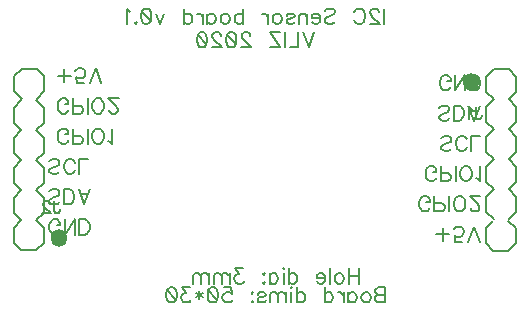
<source format=gbo>
G04 DipTrace 3.3.1.3*
G04 HypermaqI2Csensorboardv0.1.gbo*
%MOMM*%
G04 #@! TF.FileFunction,Legend,Bot*
G04 #@! TF.Part,Single*
%ADD18C,0.2032*%
%ADD41O,1.46898X1.46819*%
%ADD93C,0.15686*%
%ADD95C,0.19608*%
%FSLAX35Y35*%
G04*
G71*
G90*
G75*
G01*
G04 BotSilk*
%LPD*%
D41*
X4247337Y2159496D3*
X4432025Y985249D2*
D18*
X4368499Y921668D1*
Y794660D1*
X4432025Y731233D1*
X4372985Y1441525D2*
Y1314518D1*
X4436511Y1250937D1*
X4559032Y731233D2*
X4622513Y794660D1*
Y921668D1*
X4559032Y985249D1*
X4563518Y1250937D2*
X4626998Y1314518D1*
X4432025Y731233D2*
X4559032D1*
X4436511Y1250937D2*
X4372985Y1187510D1*
Y1060502D1*
X4436511Y997075D1*
X4563518D2*
X4626998Y1060502D1*
Y1187510D1*
X4563518Y1250937D1*
X4436511Y1758968D2*
X4372985Y1695541D1*
Y1568533D1*
X4436511Y1504953D1*
X4563518D2*
X4626998Y1568533D1*
Y1695541D1*
X4563518Y1758968D1*
X4372985Y1441525D2*
X4436511Y1504953D1*
X4563518D2*
X4626998Y1441525D1*
Y1314518D2*
Y1441525D1*
X4372985Y2203573D2*
Y2076565D1*
X4436511Y2012984D1*
X4563518D2*
X4626998Y2076565D1*
X4436511Y2012984D2*
X4372985Y1949557D1*
Y1822549D1*
X4436511Y1758968D1*
X4563518D2*
X4626998Y1822549D1*
Y1949557D1*
X4563518Y2012984D1*
X4436511Y2267000D2*
X4563518D1*
X4372985Y2203573D2*
X4436511Y2267000D1*
X4563518D2*
X4626998Y2203573D1*
Y2076565D2*
Y2203573D1*
D41*
X752663Y840504D3*
X567975Y2014751D2*
D18*
X631501Y2078332D1*
Y2205340D1*
X567975Y2268767D1*
X627015Y1558475D2*
Y1685482D1*
X563489Y1749063D1*
X440968Y2268767D2*
X377487Y2205340D1*
Y2078332D1*
X440968Y2014751D1*
X436482Y1749063D2*
X373002Y1685482D1*
X567975Y2268767D2*
X440968D1*
X563489Y1749063D2*
X627015Y1812490D1*
Y1939498D1*
X563489Y2002925D1*
X436482D2*
X373002Y1939498D1*
Y1812490D1*
X436482Y1749063D1*
X563489Y1241032D2*
X627015Y1304459D1*
Y1431467D1*
X563489Y1495047D1*
X436482D2*
X373002Y1431467D1*
Y1304459D1*
X436482Y1241032D1*
X627015Y1558475D2*
X563489Y1495047D1*
X436482D2*
X373002Y1558475D1*
Y1685482D2*
Y1558475D1*
X627015Y796427D2*
Y923435D1*
X563489Y987016D1*
X436482D2*
X373002Y923435D1*
X563489Y987016D2*
X627015Y1050443D1*
Y1177451D1*
X563489Y1241032D1*
X436482D2*
X373002Y1177451D1*
Y1050443D1*
X436482Y987016D1*
X563489Y733000D2*
X436482D1*
X627015Y796427D2*
X563489Y733000D1*
X436482D2*
X373002Y796427D1*
Y923435D2*
Y796427D1*
X4284000Y1945789D2*
D93*
Y1868072D1*
X4288830Y1853472D1*
X4293771Y1848643D1*
X4303430Y1843702D1*
X4313200D1*
X4322859Y1848643D1*
X4327688Y1853472D1*
X4332630Y1868072D1*
Y1877731D1*
X4252628Y1926248D2*
X4242857Y1931189D1*
X4228257Y1945677D1*
Y1843702D1*
X714958Y1147556D2*
Y1069839D1*
X719787Y1055239D1*
X724728Y1050410D1*
X734387Y1045468D1*
X744158D1*
X753816Y1050410D1*
X758645Y1055239D1*
X763587Y1069839D1*
Y1079497D1*
X678643Y1123185D2*
Y1128014D1*
X673814Y1137785D1*
X668985Y1142614D1*
X659214Y1147444D1*
X639785D1*
X630127Y1142614D1*
X625297Y1137785D1*
X620356Y1128014D1*
Y1118356D1*
X625297Y1108585D1*
X634956Y1094097D1*
X683585Y1045468D1*
X615527D1*
X3291712Y579525D2*
D95*
Y451915D1*
X3206639Y579525D2*
Y451915D1*
X3291712Y518738D2*
X3206639D1*
X3137100Y536988D2*
X3149173Y530952D1*
X3161387Y518738D1*
X3167423Y500488D1*
Y488415D1*
X3161387Y470165D1*
X3149173Y458092D1*
X3137100Y451915D1*
X3118850D1*
X3106637Y458092D1*
X3094564Y470165D1*
X3088387Y488415D1*
Y500488D1*
X3094564Y518738D1*
X3106637Y530952D1*
X3118850Y536988D1*
X3137100D1*
X3049171Y579525D2*
Y451915D1*
X3009955Y500488D2*
X2937096D1*
Y512702D1*
X2943132Y524915D1*
X2949169Y530952D1*
X2961382Y536988D1*
X2979632D1*
X2991705Y530952D1*
X3003919Y518738D1*
X3009955Y500488D1*
Y488415D1*
X3003919Y470165D1*
X2991705Y458092D1*
X2979632Y451915D1*
X2961382D1*
X2949169Y458092D1*
X2937096Y470165D1*
X2701574Y579525D2*
Y451915D1*
Y518738D2*
X2713647Y530952D1*
X2725860Y536988D1*
X2744110D1*
X2756183Y530952D1*
X2768397Y518738D1*
X2774433Y500488D1*
Y488415D1*
X2768397Y470165D1*
X2756183Y458092D1*
X2744110Y451915D1*
X2725860D1*
X2713647Y458092D1*
X2701574Y470165D1*
X2662358Y579525D2*
X2656322Y573488D1*
X2650145Y579525D1*
X2656322Y585702D1*
X2662358Y579525D1*
X2656322Y536988D2*
Y451915D1*
X2538069Y536988D2*
Y451915D1*
Y518738D2*
X2550142Y530952D1*
X2562356Y536988D1*
X2580466D1*
X2592679Y530952D1*
X2604752Y518738D1*
X2610929Y500488D1*
Y488415D1*
X2604752Y470165D1*
X2592679Y458092D1*
X2580466Y451915D1*
X2562356D1*
X2550142Y458092D1*
X2538069Y470165D1*
X2492677Y536988D2*
X2498854Y530811D1*
X2492677Y524775D1*
X2486640Y530811D1*
X2492677Y536988D1*
Y464129D2*
X2498854Y457952D1*
X2492677Y451915D1*
X2486640Y457952D1*
X2492677Y464129D1*
X2311765Y579385D2*
X2245082D1*
X2281442Y530811D1*
X2263192D1*
X2251118Y524775D1*
X2245082Y518738D1*
X2238905Y500488D1*
Y488415D1*
X2245082Y470165D1*
X2257155Y457952D1*
X2275405Y451915D1*
X2293655D1*
X2311765Y457952D1*
X2317801Y464129D1*
X2323978Y476202D1*
X2199689Y536988D2*
Y451915D1*
Y512702D2*
X2181439Y530952D1*
X2169226Y536988D1*
X2151116D1*
X2138903Y530952D1*
X2132866Y512702D1*
Y451915D1*
Y512702D2*
X2114616Y530952D1*
X2102403Y536988D1*
X2084293D1*
X2072080Y530952D1*
X2065903Y512702D1*
Y451915D1*
X2026687Y536988D2*
Y451915D1*
Y512702D2*
X2008437Y530952D1*
X1996224Y536988D1*
X1978114D1*
X1965901Y530952D1*
X1959864Y512702D1*
Y451915D1*
Y512702D2*
X1941614Y530952D1*
X1929401Y536988D1*
X1911291D1*
X1899078Y530952D1*
X1892901Y512702D1*
Y451915D1*
X759268Y1141302D2*
X747195Y1129088D1*
X728945Y1123052D1*
X704659D1*
X686409Y1129088D1*
X674195Y1141302D1*
Y1153375D1*
X680372Y1165588D1*
X686409Y1171625D1*
X698482Y1177661D1*
X734982Y1189875D1*
X747195Y1195911D1*
X753232Y1202088D1*
X759268Y1214161D1*
Y1232411D1*
X747195Y1244484D1*
X728945Y1250661D1*
X704659D1*
X686409Y1244484D1*
X674195Y1232411D1*
X798484Y1123052D2*
Y1250661D1*
X841021D1*
X859271Y1244485D1*
X871484Y1232411D1*
X877521Y1220198D1*
X883557Y1202088D1*
Y1171625D1*
X877520Y1153375D1*
X871484Y1141302D1*
X859270Y1129088D1*
X841020Y1123052D1*
X798484D1*
X1020059Y1250661D2*
X971346Y1123052D1*
X922773Y1250661D1*
X941023Y1208125D2*
X1001809D1*
X759269Y1397302D2*
X747196Y1385088D1*
X728946Y1379052D1*
X704659D1*
X686409Y1385088D1*
X674196Y1397302D1*
Y1409375D1*
X680373Y1421588D1*
X686409Y1427625D1*
X698482Y1433661D1*
X734982Y1445875D1*
X747196Y1451911D1*
X753232Y1458088D1*
X759269Y1470161D1*
Y1488411D1*
X747196Y1500485D1*
X728946Y1506661D1*
X704659D1*
X686409Y1500484D1*
X674196Y1488411D1*
X889594Y1409375D2*
X883557Y1397302D1*
X871344Y1385088D1*
X859271Y1379052D1*
X834984D1*
X822771Y1385088D1*
X810698Y1397302D1*
X804521Y1409375D1*
X798484Y1427625D1*
Y1458088D1*
X804521Y1476198D1*
X810698Y1488411D1*
X822771Y1500485D1*
X834984Y1506661D1*
X859271D1*
X871344Y1500485D1*
X883557Y1488412D1*
X889594Y1476198D1*
X928810Y1379052D2*
Y1506662D1*
X1001669Y1506661D1*
X765305Y897375D2*
X759269Y885302D1*
X747055Y873088D1*
X734982Y867052D1*
X710696D1*
X698482Y873088D1*
X686409Y885302D1*
X680232Y897375D1*
X674196Y915625D1*
Y946088D1*
X680232Y964198D1*
X686409Y976411D1*
X698482Y988484D1*
X710696Y994661D1*
X734982D1*
X747055Y988485D1*
X759269Y976411D1*
X765305Y964198D1*
Y946088D1*
X734982D1*
X889594Y867052D2*
Y994661D1*
X804521Y867052D1*
Y994661D1*
X928809Y867052D2*
X928810Y994662D1*
X971346D1*
X989596Y988485D1*
X1001809Y976411D1*
X1007846Y964198D1*
X1013882Y946088D1*
Y915625D1*
X1007846Y897375D1*
X1001809Y885302D1*
X989596Y873088D1*
X971346Y867052D1*
X928809D1*
X835304Y1921375D2*
X829268Y1909302D1*
X817054Y1897088D1*
X804981Y1891052D1*
X780695D1*
X768481Y1897088D1*
X756408Y1909302D1*
X750231Y1921375D1*
X744195Y1939625D1*
Y1970088D1*
X750231Y1988198D1*
X756408Y2000411D1*
X768481Y2012484D1*
X780695Y2018661D1*
X804981D1*
X817054Y2012484D1*
X829268Y2000411D1*
X835304Y1988198D1*
Y1970088D1*
X804981D1*
X874520Y1957875D2*
X929270D1*
X947380Y1951838D1*
X953557Y1945661D1*
X959593Y1933588D1*
Y1915338D1*
X953557Y1903265D1*
X947380Y1897088D1*
X929270Y1891052D1*
X874520D1*
Y2018661D1*
X998809Y1891052D2*
Y2018661D1*
X1074524Y1891052D2*
X1062311Y1897088D1*
X1050238Y1909302D1*
X1044061Y1921375D1*
X1038024Y1939625D1*
Y1970088D1*
X1044061Y1988198D1*
X1050238Y2000411D1*
X1062311Y2012485D1*
X1074524Y2018661D1*
X1098811D1*
X1110884Y2012485D1*
X1123098Y2000411D1*
X1129134Y1988198D1*
X1135171Y1970088D1*
X1135170Y1939625D1*
X1129134Y1921375D1*
X1123097Y1909302D1*
X1110884Y1897088D1*
X1098811Y1891052D1*
X1074524D1*
X1180563Y1921515D2*
Y1915479D1*
X1186600Y1903265D1*
X1192636Y1897229D1*
X1204849Y1891192D1*
X1229136D1*
X1241209Y1897229D1*
X1247246Y1903265D1*
X1253423Y1915479D1*
Y1927552D1*
X1247246Y1939765D1*
X1235173Y1957875D1*
X1174386Y2018662D1*
X1259459Y2018661D1*
X798805Y2156247D2*
Y2265607D1*
X744196Y2210997D2*
X853555D1*
X965631Y2147192D2*
X904984D1*
X898948Y2201802D1*
X904985Y2195765D1*
X923235Y2189588D1*
X941344D1*
X959594Y2195765D1*
X971808Y2207838D1*
X977844Y2226088D1*
Y2238162D1*
X971808Y2256411D1*
X959594Y2268625D1*
X941344Y2274661D1*
X923235D1*
X904985Y2268625D1*
X898948Y2262448D1*
X892771Y2250375D1*
X1017060Y2147052D2*
X1065633Y2274662D1*
X1114206Y2147052D1*
X835304Y1665375D2*
X829267Y1653302D1*
X817054Y1641088D1*
X804981Y1635052D1*
X780694D1*
X768481Y1641088D1*
X756408Y1653302D1*
X750231Y1665375D1*
X744194Y1683625D1*
Y1714088D1*
X750231Y1732198D1*
X756408Y1744411D1*
X768481Y1756484D1*
X780694Y1762661D1*
X804981D1*
X817054Y1756484D1*
X829267Y1744411D1*
X835304Y1732198D1*
Y1714088D1*
X804981D1*
X874520Y1701875D2*
X929270D1*
X947379Y1695838D1*
X953556Y1689661D1*
X959593Y1677588D1*
Y1659338D1*
X953556Y1647265D1*
X947379Y1641088D1*
X929270Y1635052D1*
X874520D1*
Y1762661D1*
X998808Y1635052D2*
Y1762661D1*
X1074524Y1635052D2*
X1062310Y1641088D1*
X1050237Y1653302D1*
X1044060Y1665375D1*
X1038024Y1683625D1*
Y1714088D1*
X1044061Y1732198D1*
X1050238Y1744411D1*
X1062311Y1756485D1*
X1074524Y1762661D1*
X1098811D1*
X1110884Y1756485D1*
X1123097Y1744412D1*
X1129134Y1732198D1*
X1135170Y1714088D1*
Y1683625D1*
X1129133Y1665375D1*
X1123097Y1653302D1*
X1110883Y1641088D1*
X1098810Y1635052D1*
X1074524D1*
X1174386Y1659479D2*
X1186599Y1653302D1*
X1204849Y1635192D1*
Y1762661D1*
X3509667Y2779528D2*
Y2651919D1*
X3464274Y2749065D2*
Y2755101D1*
X3458237Y2767315D1*
X3452201Y2773351D1*
X3439987Y2779388D1*
X3415701D1*
X3403628Y2773351D1*
X3397591Y2767315D1*
X3391414Y2755101D1*
Y2743028D1*
X3397591Y2730815D1*
X3409664Y2712705D1*
X3470451Y2651919D1*
X3385378D1*
X3255053Y2749205D2*
X3261089Y2761278D1*
X3273303Y2773492D1*
X3285376Y2779528D1*
X3309662D1*
X3321876Y2773492D1*
X3333949Y2761278D1*
X3340126Y2749205D1*
X3346162Y2730955D1*
Y2700492D1*
X3340126Y2682382D1*
X3333949Y2670169D1*
X3321876Y2658096D1*
X3309662Y2651919D1*
X3285376D1*
X3273303Y2658096D1*
X3261089Y2670169D1*
X3255053Y2682382D1*
X3007317Y2761278D2*
X3019390Y2773492D1*
X3037640Y2779528D1*
X3061927D1*
X3080177Y2773492D1*
X3092390Y2761278D1*
Y2749205D1*
X3086213Y2736992D1*
X3080177Y2730955D1*
X3068104Y2724919D1*
X3031604Y2712705D1*
X3019390Y2706669D1*
X3013354Y2700492D1*
X3007317Y2688419D1*
Y2670169D1*
X3019390Y2658096D1*
X3037640Y2651919D1*
X3061927D1*
X3080177Y2658096D1*
X3092390Y2670169D1*
X2968102Y2700492D2*
X2895242D1*
Y2712705D1*
X2901279Y2724919D1*
X2907315Y2730955D1*
X2919529Y2736992D1*
X2937779D1*
X2949852Y2730955D1*
X2962065Y2718742D1*
X2968102Y2700492D1*
Y2688419D1*
X2962065Y2670169D1*
X2949852Y2658096D1*
X2937779Y2651919D1*
X2919529D1*
X2907315Y2658096D1*
X2895242Y2670169D1*
X2856026Y2736992D2*
Y2651919D1*
Y2712705D2*
X2837776Y2730955D1*
X2825563Y2736992D1*
X2807453D1*
X2795240Y2730955D1*
X2789203Y2712705D1*
Y2651919D1*
X2683165Y2718742D2*
X2689201Y2730955D1*
X2707451Y2736992D1*
X2725701D1*
X2743951Y2730955D1*
X2749988Y2718742D1*
X2743951Y2706669D1*
X2731738Y2700492D1*
X2701415Y2694455D1*
X2689201Y2688419D1*
X2683165Y2676205D1*
Y2670169D1*
X2689201Y2658096D1*
X2707451Y2651919D1*
X2725701D1*
X2743951Y2658096D1*
X2749988Y2670169D1*
X2613626Y2736992D2*
X2625699Y2730955D1*
X2637912Y2718742D1*
X2643949Y2700492D1*
Y2688419D1*
X2637912Y2670169D1*
X2625699Y2658096D1*
X2613626Y2651919D1*
X2595376D1*
X2583162Y2658096D1*
X2571089Y2670169D1*
X2564912Y2688419D1*
Y2700492D1*
X2571089Y2718742D1*
X2583162Y2730955D1*
X2595376Y2736992D1*
X2613626D1*
X2525697D2*
Y2651919D1*
Y2700492D2*
X2519520Y2718742D1*
X2507447Y2730955D1*
X2495233Y2736992D1*
X2476983D1*
X2314321Y2779528D2*
Y2651919D1*
Y2718742D2*
X2302108Y2730955D1*
X2290034Y2736992D1*
X2271784D1*
X2259711Y2730955D1*
X2247498Y2718742D1*
X2241461Y2700492D1*
Y2688419D1*
X2247498Y2670169D1*
X2259711Y2658096D1*
X2271784Y2651919D1*
X2290034D1*
X2302108Y2658096D1*
X2314321Y2670169D1*
X2171923Y2736992D2*
X2183996Y2730955D1*
X2196209Y2718742D1*
X2202246Y2700492D1*
Y2688419D1*
X2196209Y2670169D1*
X2183996Y2658096D1*
X2171923Y2651919D1*
X2153673D1*
X2141459Y2658096D1*
X2129386Y2670169D1*
X2123209Y2688419D1*
Y2700492D1*
X2129386Y2718742D1*
X2141459Y2730955D1*
X2153673Y2736992D1*
X2171923D1*
X2011134D2*
Y2651919D1*
Y2718742D2*
X2023207Y2730955D1*
X2035420Y2736992D1*
X2053530D1*
X2065743Y2730955D1*
X2077817Y2718742D1*
X2083993Y2700492D1*
Y2688419D1*
X2077817Y2670169D1*
X2065743Y2658096D1*
X2053530Y2651919D1*
X2035420D1*
X2023207Y2658096D1*
X2011134Y2670169D1*
X1971918Y2736992D2*
Y2651919D1*
Y2700492D2*
X1965741Y2718742D1*
X1953668Y2730955D1*
X1941455Y2736992D1*
X1923205D1*
X1811129Y2779528D2*
Y2651919D1*
Y2718742D2*
X1823202Y2730955D1*
X1835416Y2736992D1*
X1853666D1*
X1865739Y2730955D1*
X1877952Y2718742D1*
X1883989Y2700492D1*
Y2688419D1*
X1877952Y2670169D1*
X1865739Y2658096D1*
X1853666Y2651919D1*
X1835416D1*
X1823202Y2658096D1*
X1811129Y2670169D1*
X1648467Y2736992D2*
X1611967Y2651919D1*
X1575608Y2736992D1*
X1499892Y2779388D2*
X1518142Y2773351D1*
X1530355Y2755101D1*
X1536392Y2724778D1*
Y2706528D1*
X1530355Y2676205D1*
X1518142Y2657955D1*
X1499892Y2651919D1*
X1487819D1*
X1469569Y2657955D1*
X1457496Y2676205D1*
X1451319Y2706528D1*
Y2724778D1*
X1457496Y2755101D1*
X1469569Y2773351D1*
X1487819Y2779388D1*
X1499892D1*
X1457496Y2755101D2*
X1530355Y2676205D1*
X1406067Y2664132D2*
X1412103Y2657955D1*
X1406067Y2651919D1*
X1399890Y2657955D1*
X1406067Y2664132D1*
X1360674Y2755101D2*
X1348461Y2761278D1*
X1330211Y2779388D1*
Y2651919D1*
X3519020Y419525D2*
Y291915D1*
X3464270D1*
X3446020Y298092D1*
X3439984Y304129D1*
X3433947Y316202D1*
Y334452D1*
X3439984Y346665D1*
X3446020Y352702D1*
X3464270Y358738D1*
X3446020Y364915D1*
X3439984Y370952D1*
X3433947Y383025D1*
Y395238D1*
X3439984Y407311D1*
X3446020Y413488D1*
X3464270Y419525D1*
X3519020D1*
Y358738D2*
X3464270D1*
X3364409Y376988D2*
X3376482Y370952D1*
X3388695Y358738D1*
X3394732Y340488D1*
Y328415D1*
X3388695Y310165D1*
X3376482Y298092D1*
X3364409Y291915D1*
X3346159D1*
X3333945Y298092D1*
X3321872Y310165D1*
X3315695Y328415D1*
Y340488D1*
X3321872Y358738D1*
X3333945Y370952D1*
X3346159Y376988D1*
X3364409D1*
X3203620D2*
Y291915D1*
Y358738D2*
X3215693Y370952D1*
X3227906Y376988D1*
X3246016D1*
X3258229Y370952D1*
X3270303Y358738D1*
X3276479Y340488D1*
Y328415D1*
X3270303Y310165D1*
X3258229Y298092D1*
X3246016Y291915D1*
X3227906D1*
X3215693Y298092D1*
X3203620Y310165D1*
X3164404Y376988D2*
Y291915D1*
Y340488D2*
X3158227Y358738D1*
X3146154Y370952D1*
X3133941Y376988D1*
X3115691D1*
X3003615Y419525D2*
Y291915D1*
Y358738D2*
X3015688Y370952D1*
X3027902Y376988D1*
X3046152D1*
X3058225Y370952D1*
X3070438Y358738D1*
X3076475Y340488D1*
Y328415D1*
X3070438Y310165D1*
X3058225Y298092D1*
X3046152Y291915D1*
X3027902D1*
X3015688Y298092D1*
X3003615Y310165D1*
X2768094Y419525D2*
Y291915D1*
Y358738D2*
X2780167Y370952D1*
X2792380Y376988D1*
X2810630D1*
X2822703Y370952D1*
X2834917Y358738D1*
X2840953Y340488D1*
Y328415D1*
X2834917Y310165D1*
X2822703Y298092D1*
X2810630Y291915D1*
X2792380D1*
X2780167Y298092D1*
X2768094Y310165D1*
X2728878Y419525D2*
X2722841Y413488D1*
X2716664Y419525D1*
X2722841Y425702D1*
X2728878Y419525D1*
X2722841Y376988D2*
Y291915D1*
X2677449Y376988D2*
Y291915D1*
Y352702D2*
X2659199Y370952D1*
X2646985Y376988D1*
X2628876D1*
X2616662Y370952D1*
X2610626Y352702D1*
Y291915D1*
Y352702D2*
X2592376Y370952D1*
X2580162Y376988D1*
X2562053D1*
X2549839Y370952D1*
X2543662Y352702D1*
Y291915D1*
X2437623Y358738D2*
X2443660Y370952D1*
X2461910Y376988D1*
X2480160D1*
X2498410Y370952D1*
X2504447Y358738D1*
X2498410Y346665D1*
X2486197Y340488D1*
X2455873Y334452D1*
X2443660Y328415D1*
X2437623Y316202D1*
Y310165D1*
X2443660Y298092D1*
X2461910Y291915D1*
X2480160D1*
X2498410Y298092D1*
X2504447Y310165D1*
X2392231Y376988D2*
X2398408Y370811D1*
X2392231Y364775D1*
X2386194Y370811D1*
X2392231Y376988D1*
Y304129D2*
X2398408Y297952D1*
X2392231Y291915D1*
X2386194Y297952D1*
X2392231Y304129D1*
X2150673Y419385D2*
X2211319D1*
X2217355Y364775D1*
X2211319Y370811D1*
X2193069Y376988D1*
X2174959D1*
X2156709Y370811D1*
X2144496Y358738D1*
X2138459Y340488D1*
Y328415D1*
X2144496Y310165D1*
X2156709Y297952D1*
X2174959Y291915D1*
X2193069D1*
X2211319Y297952D1*
X2217355Y304129D1*
X2223532Y316202D1*
X2062743Y419385D2*
X2080993Y413348D1*
X2093207Y395098D1*
X2099243Y364775D1*
Y346525D1*
X2093207Y316202D1*
X2080993Y297952D1*
X2062743Y291915D1*
X2050670D1*
X2032420Y297952D1*
X2020347Y316202D1*
X2014170Y346525D1*
Y364775D1*
X2020347Y395098D1*
X2032420Y413348D1*
X2050670Y419385D1*
X2062743D1*
X2020347Y395098D2*
X2093207Y316202D1*
X1944491Y392080D2*
Y319220D1*
X1974955Y373970D2*
X1914168Y337470D1*
Y373970D2*
X1974955Y337470D1*
X1862739Y419385D2*
X1796056D1*
X1832416Y370811D1*
X1814166D1*
X1802093Y364775D1*
X1796056Y358738D1*
X1789879Y340488D1*
Y328415D1*
X1796056Y310165D1*
X1808129Y297952D1*
X1826379Y291915D1*
X1844629D1*
X1862739Y297952D1*
X1868776Y304129D1*
X1874952Y316202D1*
X1714164Y419385D2*
X1732414Y413348D1*
X1744627Y395098D1*
X1750664Y364775D1*
Y346525D1*
X1744627Y316202D1*
X1732414Y297952D1*
X1714164Y291915D1*
X1702091D1*
X1683841Y297952D1*
X1671768Y316202D1*
X1665591Y346525D1*
Y364775D1*
X1671768Y395098D1*
X1683841Y413348D1*
X1702091Y419385D1*
X1714164D1*
X1671768Y395098D2*
X1744627Y316202D1*
X4058668Y1849302D2*
X4046595Y1837088D1*
X4028345Y1831052D1*
X4004059D1*
X3985809Y1837088D1*
X3973595Y1849302D1*
Y1861375D1*
X3979772Y1873588D1*
X3985809Y1879625D1*
X3997882Y1885661D1*
X4034382Y1897875D1*
X4046595Y1903911D1*
X4052632Y1910088D1*
X4058668Y1922161D1*
Y1940411D1*
X4046595Y1952484D1*
X4028345Y1958661D1*
X4004059D1*
X3985809Y1952484D1*
X3973595Y1940411D1*
X4097884Y1831052D2*
Y1958661D1*
X4140421D1*
X4158671Y1952485D1*
X4170884Y1940411D1*
X4176921Y1928198D1*
X4182957Y1910088D1*
Y1879625D1*
X4176920Y1861375D1*
X4170884Y1849302D1*
X4158670Y1837088D1*
X4140420Y1831052D1*
X4097884D1*
X4319459Y1958661D2*
X4270746Y1831052D1*
X4222173Y1958661D1*
X4240423Y1916125D2*
X4301209D1*
X4077059Y1593302D2*
X4064986Y1581088D1*
X4046736Y1575052D1*
X4022449D1*
X4004199Y1581088D1*
X3991986Y1593302D1*
Y1605375D1*
X3998163Y1617588D1*
X4004199Y1623625D1*
X4016272Y1629661D1*
X4052772Y1641875D1*
X4064986Y1647911D1*
X4071022Y1654088D1*
X4077059Y1666161D1*
Y1684411D1*
X4064986Y1696485D1*
X4046736Y1702661D1*
X4022449D1*
X4004199Y1696484D1*
X3991986Y1684411D1*
X4207384Y1605375D2*
X4201347Y1593302D1*
X4189134Y1581088D1*
X4177061Y1575052D1*
X4152774D1*
X4140561Y1581088D1*
X4128488Y1593302D1*
X4122311Y1605375D1*
X4116274Y1623625D1*
Y1654088D1*
X4122311Y1672198D1*
X4128488Y1684411D1*
X4140561Y1696485D1*
X4152774Y1702661D1*
X4177061D1*
X4189134Y1696485D1*
X4201347Y1684412D1*
X4207384Y1672198D1*
X4246600Y1575052D2*
Y1702662D1*
X4319459Y1702661D1*
X4070882Y2117375D2*
X4064845Y2105302D1*
X4052632Y2093088D1*
X4040559Y2087052D1*
X4016272D1*
X4004059Y2093088D1*
X3991986Y2105302D1*
X3985809Y2117375D1*
X3979772Y2135625D1*
Y2166088D1*
X3985809Y2184198D1*
X3991986Y2196411D1*
X4004059Y2208484D1*
X4016272Y2214661D1*
X4040559D1*
X4052632Y2208485D1*
X4064845Y2196411D1*
X4070882Y2184198D1*
Y2166088D1*
X4040559D1*
X4195170Y2087052D2*
X4195171Y2214661D1*
X4110097Y2087052D1*
X4110098Y2214661D1*
X4234386Y2087052D2*
Y2214662D1*
X4276923D1*
X4295173Y2208485D1*
X4307386Y2196411D1*
X4313423Y2184198D1*
X4319459Y2166088D1*
Y2135625D1*
X4313423Y2117375D1*
X4307386Y2105302D1*
X4295173Y2093088D1*
X4276923Y2087052D1*
X4234386D1*
X3895304Y1093375D2*
X3889268Y1081302D1*
X3877054Y1069088D1*
X3864981Y1063052D1*
X3840695D1*
X3828481Y1069088D1*
X3816408Y1081302D1*
X3810231Y1093375D1*
X3804195Y1111625D1*
Y1142088D1*
X3810231Y1160198D1*
X3816408Y1172411D1*
X3828481Y1184484D1*
X3840695Y1190661D1*
X3864981D1*
X3877054Y1184484D1*
X3889268Y1172411D1*
X3895304Y1160198D1*
Y1142088D1*
X3864981D1*
X3934520Y1129875D2*
X3989270D1*
X4007380Y1123838D1*
X4013557Y1117661D1*
X4019593Y1105588D1*
Y1087338D1*
X4013557Y1075265D1*
X4007380Y1069088D1*
X3989270Y1063052D1*
X3934520D1*
Y1190661D1*
X4058809Y1063052D2*
Y1190661D1*
X4134524Y1063052D2*
X4122311Y1069088D1*
X4110238Y1081302D1*
X4104061Y1093375D1*
X4098024Y1111625D1*
Y1142088D1*
X4104061Y1160198D1*
X4110238Y1172411D1*
X4122311Y1184485D1*
X4134524Y1190661D1*
X4158811D1*
X4170884Y1184485D1*
X4183098Y1172411D1*
X4189134Y1160198D1*
X4195171Y1142088D1*
X4195170Y1111625D1*
X4189134Y1093375D1*
X4183097Y1081302D1*
X4170884Y1069088D1*
X4158811Y1063052D1*
X4134524D1*
X4240563Y1093515D2*
Y1087479D1*
X4246600Y1075265D1*
X4252636Y1069229D1*
X4264849Y1063192D1*
X4289136D1*
X4301209Y1069229D1*
X4307246Y1075265D1*
X4313423Y1087479D1*
Y1099552D1*
X4307246Y1111765D1*
X4295173Y1129875D1*
X4234386Y1190662D1*
X4319459Y1190661D1*
X4004059Y816247D2*
Y925607D1*
X3949449Y870997D2*
X4058809D1*
X4170884Y807192D2*
X4110238D1*
X4104201Y861802D1*
X4110238Y855765D1*
X4128488Y849588D1*
X4146597D1*
X4164847Y855765D1*
X4177061Y867838D1*
X4183097Y886088D1*
Y898162D1*
X4177061Y916411D1*
X4164848Y928625D1*
X4146598Y934661D1*
X4128488D1*
X4110238Y928625D1*
X4104201Y922448D1*
X4098024Y910375D1*
X4222313Y807052D2*
X4270886Y934662D1*
X4319459Y807052D1*
X3949914Y1349375D2*
X3943877Y1337302D1*
X3931664Y1325088D1*
X3919591Y1319052D1*
X3895304D1*
X3883091Y1325088D1*
X3871018Y1337302D1*
X3864841Y1349375D1*
X3858804Y1367625D1*
Y1398088D1*
X3864841Y1416198D1*
X3871018Y1428411D1*
X3883091Y1440484D1*
X3895304Y1446661D1*
X3919591D1*
X3931664Y1440484D1*
X3943877Y1428411D1*
X3949914Y1416198D1*
Y1398088D1*
X3919591D1*
X3989130Y1385875D2*
X4043880D1*
X4061989Y1379838D1*
X4068166Y1373661D1*
X4074203Y1361588D1*
Y1343338D1*
X4068166Y1331265D1*
X4061989Y1325088D1*
X4043880Y1319052D1*
X3989130D1*
Y1446661D1*
X4113418Y1319052D2*
Y1446661D1*
X4189134Y1319052D2*
X4176920Y1325088D1*
X4164847Y1337302D1*
X4158670Y1349375D1*
X4152634Y1367625D1*
Y1398088D1*
X4158671Y1416198D1*
X4164848Y1428411D1*
X4176921Y1440485D1*
X4189134Y1446661D1*
X4213421D1*
X4225494Y1440485D1*
X4237707Y1428412D1*
X4243744Y1416198D1*
X4249780Y1398088D1*
Y1367625D1*
X4243743Y1349375D1*
X4237707Y1337302D1*
X4225493Y1325088D1*
X4213420Y1319052D1*
X4189134D1*
X4288996Y1343479D2*
X4301209Y1337302D1*
X4319459Y1319192D1*
Y1446661D1*
X2916601Y2579528D2*
X2868028Y2451919D1*
X2819455Y2579528D1*
X2780239D2*
Y2451919D1*
X2707380D1*
X2668164Y2579528D2*
Y2451919D1*
X2628949Y2579528D2*
X2543875D1*
X2628949Y2451919D1*
X2543875D1*
X2375036Y2549065D2*
Y2555101D1*
X2369000Y2567315D1*
X2362963Y2573351D1*
X2350750Y2579388D1*
X2326463D1*
X2314390Y2573351D1*
X2308354Y2567315D1*
X2302177Y2555101D1*
Y2543028D1*
X2308354Y2530815D1*
X2320427Y2512705D1*
X2381213Y2451919D1*
X2296140D1*
X2220425Y2579388D2*
X2238675Y2573351D1*
X2250888Y2555101D1*
X2256925Y2524778D1*
Y2506528D1*
X2250888Y2476205D1*
X2238675Y2457955D1*
X2220425Y2451919D1*
X2208351D1*
X2190101Y2457955D1*
X2178028Y2476205D1*
X2171851Y2506528D1*
Y2524778D1*
X2178028Y2555101D1*
X2190101Y2573351D1*
X2208351Y2579388D1*
X2220425D1*
X2178028Y2555101D2*
X2250888Y2476205D1*
X2126459Y2549065D2*
Y2555101D1*
X2120422Y2567315D1*
X2114386Y2573351D1*
X2102172Y2579388D1*
X2077886D1*
X2065813Y2573351D1*
X2059776Y2567315D1*
X2053599Y2555101D1*
Y2543028D1*
X2059776Y2530815D1*
X2071849Y2512705D1*
X2132636Y2451919D1*
X2047563D1*
X1971847Y2579388D2*
X1990097Y2573351D1*
X2002310Y2555101D1*
X2008347Y2524778D1*
Y2506528D1*
X2002310Y2476205D1*
X1990097Y2457955D1*
X1971847Y2451919D1*
X1959774D1*
X1941524Y2457955D1*
X1929451Y2476205D1*
X1923274Y2506528D1*
Y2524778D1*
X1929451Y2555101D1*
X1941524Y2573351D1*
X1959774Y2579388D1*
X1971847D1*
X1929451Y2555101D2*
X2002310Y2476205D1*
M02*

</source>
